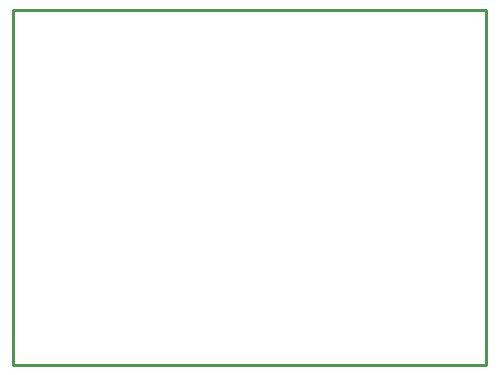
<source format=gbr>
%TF.GenerationSoftware,Altium Limited,Altium Designer,21.6.1 (37)*%
G04 Layer_Color=32768*
%FSLAX43Y43*%
%MOMM*%
%TF.SameCoordinates,2E644BBD-28EE-4CD2-A628-ABC80ECE9199*%
%TF.FilePolarity,Positive*%
%TF.FileFunction,Other,Board_Outline_(ES)*%
%TF.Part,Single*%
G01*
G75*
%TA.AperFunction,NonConductor*%
%ADD42C,0.254*%
D42*
X0Y0D02*
X40000D01*
X0Y30000D02*
X40000D01*
Y0D02*
Y30000D01*
X0Y0D02*
Y30000D01*
%TF.MD5,13831772e5b54215109deb168ea0f29f*%
M02*

</source>
